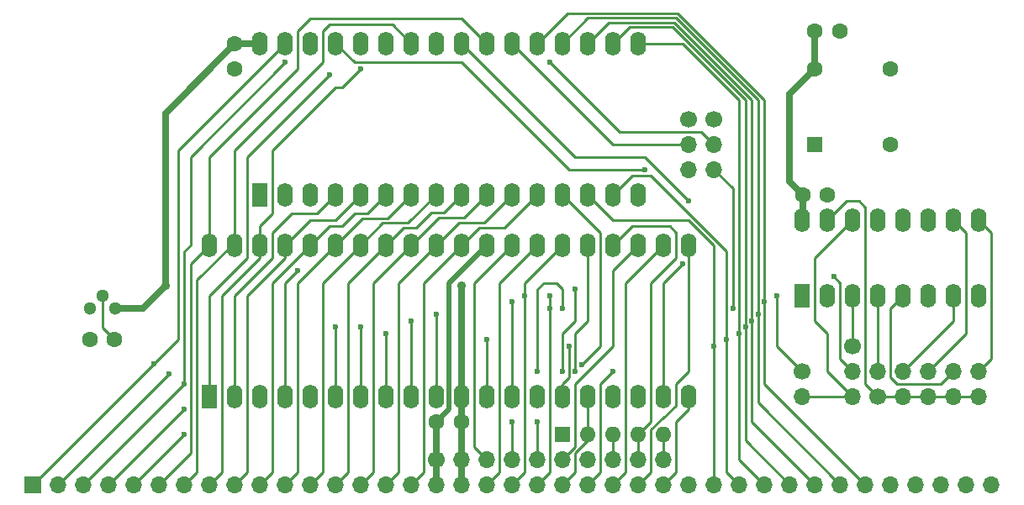
<source format=gbr>
%TF.GenerationSoftware,KiCad,Pcbnew,(5.1.6)-1*%
%TF.CreationDate,2020-11-22T17:12:32-08:00*%
%TF.ProjectId,rc-z80ram,72632d7a-3830-4726-916d-2e6b69636164,rev?*%
%TF.SameCoordinates,PX9157080PY9071968*%
%TF.FileFunction,Copper,L1,Top*%
%TF.FilePolarity,Positive*%
%FSLAX46Y46*%
G04 Gerber Fmt 4.6, Leading zero omitted, Abs format (unit mm)*
G04 Created by KiCad (PCBNEW (5.1.6)-1) date 2020-11-22 17:12:32*
%MOMM*%
%LPD*%
G01*
G04 APERTURE LIST*
%TA.AperFunction,ComponentPad*%
%ADD10O,1.600000X1.600000*%
%TD*%
%TA.AperFunction,ComponentPad*%
%ADD11R,1.600000X1.600000*%
%TD*%
%TA.AperFunction,ComponentPad*%
%ADD12O,1.600000X2.400000*%
%TD*%
%TA.AperFunction,ComponentPad*%
%ADD13R,1.600000X2.400000*%
%TD*%
%TA.AperFunction,ComponentPad*%
%ADD14O,1.700000X1.700000*%
%TD*%
%TA.AperFunction,ComponentPad*%
%ADD15C,1.700000*%
%TD*%
%TA.AperFunction,ComponentPad*%
%ADD16C,1.600000*%
%TD*%
%TA.AperFunction,ComponentPad*%
%ADD17C,1.300000*%
%TD*%
%TA.AperFunction,ComponentPad*%
%ADD18R,1.700000X1.700000*%
%TD*%
%TA.AperFunction,ViaPad*%
%ADD19C,0.600000*%
%TD*%
%TA.AperFunction,ViaPad*%
%ADD20C,0.900001*%
%TD*%
%TA.AperFunction,Conductor*%
%ADD21C,0.635000*%
%TD*%
%TA.AperFunction,Conductor*%
%ADD22C,0.508000*%
%TD*%
%TA.AperFunction,Conductor*%
%ADD23C,0.254000*%
%TD*%
%TA.AperFunction,Conductor*%
%ADD24C,0.250000*%
%TD*%
G04 APERTURE END LIST*
D10*
%TO.P,RN1,5*%
%TO.N,~NMI*%
X64770000Y6680200D03*
%TO.P,RN1,4*%
%TO.N,~WAIT*%
X62230000Y6680200D03*
%TO.P,RN1,3*%
%TO.N,~BUSRQ*%
X59690000Y6680200D03*
%TO.P,RN1,2*%
%TO.N,~INT*%
X57150000Y6680200D03*
D11*
%TO.P,RN1,1*%
%TO.N,+5V*%
X54610000Y6680200D03*
%TD*%
D12*
%TO.P,U4,16*%
%TO.N,+5V*%
X78740000Y28270200D03*
%TO.P,U4,8*%
%TO.N,GND*%
X96520000Y20650200D03*
%TO.P,U4,15*%
%TO.N,/DRESET*%
X81280000Y28270200D03*
%TO.P,U4,7*%
%TO.N,/DIV3*%
X93980000Y20650200D03*
%TO.P,U4,14*%
%TO.N,OSC*%
X83820000Y28270200D03*
%TO.P,U4,6*%
%TO.N,Net-(U4-Pad6)*%
X91440000Y20650200D03*
%TO.P,U4,13*%
%TO.N,GND*%
X86360000Y28270200D03*
%TO.P,U4,5*%
%TO.N,/DIV6*%
X88900000Y20650200D03*
%TO.P,U4,12*%
%TO.N,Net-(U4-Pad12)*%
X88900000Y28270200D03*
%TO.P,U4,4*%
%TO.N,/DIV2*%
X86360000Y20650200D03*
%TO.P,U4,11*%
%TO.N,Net-(U4-Pad11)*%
X91440000Y28270200D03*
%TO.P,U4,3*%
%TO.N,/CDIV*%
X83820000Y20650200D03*
%TO.P,U4,10*%
%TO.N,/DIV4*%
X93980000Y28270200D03*
%TO.P,U4,2*%
%TO.N,Net-(U4-Pad2)*%
X81280000Y20650200D03*
%TO.P,U4,9*%
%TO.N,/DIV8*%
X96520000Y28270200D03*
D13*
%TO.P,U4,1*%
%TO.N,Net-(U4-Pad1)*%
X78740000Y20650200D03*
%TD*%
D14*
%TO.P,JP5,10*%
%TO.N,/DIV8*%
X96520000Y13030200D03*
%TO.P,JP5,9*%
%TO.N,/DRESET*%
X96520000Y10490200D03*
%TO.P,JP5,8*%
%TO.N,/DIV6*%
X93980000Y13030200D03*
%TO.P,JP5,7*%
%TO.N,/DRESET*%
X93980000Y10490200D03*
%TO.P,JP5,6*%
%TO.N,/DIV4*%
X91440000Y13030200D03*
%TO.P,JP5,5*%
%TO.N,/DRESET*%
X91440000Y10490200D03*
%TO.P,JP5,4*%
%TO.N,/DIV3*%
X88900000Y13030200D03*
%TO.P,JP5,3*%
%TO.N,/DRESET*%
X88900000Y10490200D03*
%TO.P,JP5,2*%
%TO.N,/DIV2*%
X86360000Y13030200D03*
D15*
%TO.P,JP5,1*%
%TO.N,/DRESET*%
X86360000Y10490200D03*
%TD*%
D14*
%TO.P,JP4,3*%
%TO.N,OSC*%
X83820000Y10490200D03*
%TO.P,JP4,2*%
%TO.N,CLK2*%
X83820000Y13030200D03*
D15*
%TO.P,JP4,1*%
%TO.N,/CDIV*%
X83820000Y15570200D03*
%TD*%
D16*
%TO.P,C4,2*%
%TO.N,+5V*%
X78780000Y30810200D03*
%TO.P,C4,1*%
%TO.N,GND*%
X81280000Y30810200D03*
%TD*%
%TO.P,X1,4*%
%TO.N,GND*%
X87630000Y35890200D03*
%TO.P,X1,5*%
%TO.N,OSC*%
X87630000Y43510200D03*
%TO.P,X1,8*%
%TO.N,+5V*%
X80010000Y43510200D03*
D11*
%TO.P,X1,1*%
%TO.N,Net-(X1-Pad1)*%
X80010000Y35890200D03*
%TD*%
D17*
%TO.P,U3,1*%
%TO.N,GND*%
X6985000Y19380200D03*
%TO.P,U3,3*%
%TO.N,+5V*%
X9525000Y19380200D03*
%TO.P,U3,2*%
%TO.N,~RESET*%
X8255000Y20650200D03*
%TD*%
D14*
%TO.P,JP3,2*%
%TO.N,OSC*%
X78740000Y10490200D03*
D15*
%TO.P,JP3,1*%
%TO.N,CLK*%
X78740000Y13030200D03*
%TD*%
%TO.P,JP2,1*%
%TO.N,+5V*%
X69850000Y38430200D03*
D14*
%TO.P,JP2,2*%
%TO.N,/CS2*%
X69850000Y35890200D03*
%TO.P,JP2,3*%
%TO.N,PAGE*%
X69850000Y33350200D03*
%TD*%
%TO.P,JP1,3*%
%TO.N,~MREQ*%
X67310000Y33350200D03*
%TO.P,JP1,2*%
%TO.N,/~CS1*%
X67310000Y35890200D03*
D15*
%TO.P,JP1,1*%
%TO.N,+5V*%
X67310000Y38430200D03*
%TD*%
D16*
%TO.P,C5,2*%
%TO.N,~RESET*%
X9485000Y16205200D03*
%TO.P,C5,1*%
%TO.N,GND*%
X6985000Y16205200D03*
%TD*%
%TO.P,C1,2*%
%TO.N,+5V*%
X44410000Y7950200D03*
%TO.P,C1,1*%
%TO.N,GND*%
X41910000Y7950200D03*
%TD*%
%TO.P,C2,2*%
%TO.N,+5V*%
X21590000Y46010200D03*
%TO.P,C2,1*%
%TO.N,GND*%
X21590000Y43510200D03*
%TD*%
%TO.P,C3,2*%
%TO.N,GND*%
X82510000Y47320200D03*
%TO.P,C3,1*%
%TO.N,+5V*%
X80010000Y47320200D03*
%TD*%
D12*
%TO.P,U2,32*%
%TO.N,+5V*%
X24130000Y46050200D03*
%TO.P,U2,16*%
%TO.N,GND*%
X62230000Y30810200D03*
%TO.P,U2,31*%
%TO.N,A15*%
X26670000Y46050200D03*
%TO.P,U2,15*%
%TO.N,D2*%
X59690000Y30810200D03*
%TO.P,U2,30*%
%TO.N,/CS2*%
X29210000Y46050200D03*
%TO.P,U2,14*%
%TO.N,D1*%
X57150000Y30810200D03*
%TO.P,U2,29*%
%TO.N,~WR*%
X31750000Y46050200D03*
%TO.P,U2,13*%
%TO.N,D0*%
X54610000Y30810200D03*
%TO.P,U2,28*%
%TO.N,A13*%
X34290000Y46050200D03*
%TO.P,U2,12*%
%TO.N,A0*%
X52070000Y30810200D03*
%TO.P,U2,27*%
%TO.N,A8*%
X36830000Y46050200D03*
%TO.P,U2,11*%
%TO.N,A1*%
X49530000Y30810200D03*
%TO.P,U2,26*%
%TO.N,A9*%
X39370000Y46050200D03*
%TO.P,U2,10*%
%TO.N,A2*%
X46990000Y30810200D03*
%TO.P,U2,25*%
%TO.N,A11*%
X41910000Y46050200D03*
%TO.P,U2,9*%
%TO.N,A3*%
X44450000Y30810200D03*
%TO.P,U2,24*%
%TO.N,~RD*%
X44450000Y46050200D03*
%TO.P,U2,8*%
%TO.N,A4*%
X41910000Y30810200D03*
%TO.P,U2,23*%
%TO.N,A10*%
X46990000Y46050200D03*
%TO.P,U2,7*%
%TO.N,A5*%
X39370000Y30810200D03*
%TO.P,U2,22*%
%TO.N,/~CS1*%
X49530000Y46050200D03*
%TO.P,U2,6*%
%TO.N,A6*%
X36830000Y30810200D03*
%TO.P,U2,21*%
%TO.N,D7*%
X52070000Y46050200D03*
%TO.P,U2,5*%
%TO.N,A7*%
X34290000Y30810200D03*
%TO.P,U2,20*%
%TO.N,D6*%
X54610000Y46050200D03*
%TO.P,U2,4*%
%TO.N,A12*%
X31750000Y30810200D03*
%TO.P,U2,19*%
%TO.N,D5*%
X57150000Y46050200D03*
%TO.P,U2,3*%
%TO.N,A14*%
X29210000Y30810200D03*
%TO.P,U2,18*%
%TO.N,D4*%
X59690000Y46050200D03*
%TO.P,U2,2*%
%TO.N,GND*%
X26670000Y30810200D03*
%TO.P,U2,17*%
%TO.N,D3*%
X62230000Y46050200D03*
D13*
%TO.P,U2,1*%
%TO.N,Net-(U2-Pad1)*%
X24130000Y30810200D03*
%TD*%
D12*
%TO.P,U1,40*%
%TO.N,A10*%
X19050000Y25730200D03*
%TO.P,U1,20*%
%TO.N,~IOREQ*%
X67310000Y10490200D03*
%TO.P,U1,39*%
%TO.N,A9*%
X21590000Y25730200D03*
%TO.P,U1,19*%
%TO.N,~MREQ*%
X64770000Y10490200D03*
%TO.P,U1,38*%
%TO.N,A8*%
X24130000Y25730200D03*
%TO.P,U1,18*%
%TO.N,~HALT*%
X62230000Y10490200D03*
%TO.P,U1,37*%
%TO.N,A7*%
X26670000Y25730200D03*
%TO.P,U1,17*%
%TO.N,~NMI*%
X59690000Y10490200D03*
%TO.P,U1,36*%
%TO.N,A6*%
X29210000Y25730200D03*
%TO.P,U1,16*%
%TO.N,~INT*%
X57150000Y10490200D03*
%TO.P,U1,35*%
%TO.N,A5*%
X31750000Y25730200D03*
%TO.P,U1,15*%
%TO.N,D1*%
X54610000Y10490200D03*
%TO.P,U1,34*%
%TO.N,A4*%
X34290000Y25730200D03*
%TO.P,U1,14*%
%TO.N,D0*%
X52070000Y10490200D03*
%TO.P,U1,33*%
%TO.N,A3*%
X36830000Y25730200D03*
%TO.P,U1,13*%
%TO.N,D7*%
X49530000Y10490200D03*
%TO.P,U1,32*%
%TO.N,A2*%
X39370000Y25730200D03*
%TO.P,U1,12*%
%TO.N,D2*%
X46990000Y10490200D03*
%TO.P,U1,31*%
%TO.N,A1*%
X41910000Y25730200D03*
%TO.P,U1,11*%
%TO.N,+5V*%
X44450000Y10490200D03*
%TO.P,U1,30*%
%TO.N,A0*%
X44450000Y25730200D03*
%TO.P,U1,10*%
%TO.N,D6*%
X41910000Y10490200D03*
%TO.P,U1,29*%
%TO.N,GND*%
X46990000Y25730200D03*
%TO.P,U1,9*%
%TO.N,D5*%
X39370000Y10490200D03*
%TO.P,U1,28*%
%TO.N,~RFSH*%
X49530000Y25730200D03*
%TO.P,U1,8*%
%TO.N,D3*%
X36830000Y10490200D03*
%TO.P,U1,27*%
%TO.N,~M1*%
X52070000Y25730200D03*
%TO.P,U1,7*%
%TO.N,D4*%
X34290000Y10490200D03*
%TO.P,U1,26*%
%TO.N,~RESET*%
X54610000Y25730200D03*
%TO.P,U1,6*%
%TO.N,CLK*%
X31750000Y10490200D03*
%TO.P,U1,25*%
%TO.N,~BUSRQ*%
X57150000Y25730200D03*
%TO.P,U1,5*%
%TO.N,A15*%
X29210000Y10490200D03*
%TO.P,U1,24*%
%TO.N,~WAIT*%
X59690000Y25730200D03*
%TO.P,U1,4*%
%TO.N,A14*%
X26670000Y10490200D03*
%TO.P,U1,23*%
%TO.N,~BUSACK*%
X62230000Y25730200D03*
%TO.P,U1,3*%
%TO.N,A13*%
X24130000Y10490200D03*
%TO.P,U1,22*%
%TO.N,~WR*%
X64770000Y25730200D03*
%TO.P,U1,2*%
%TO.N,A12*%
X21590000Y10490200D03*
%TO.P,U1,21*%
%TO.N,~RD*%
X67310000Y25730200D03*
D13*
%TO.P,U1,1*%
%TO.N,A11*%
X19050000Y10490200D03*
%TD*%
D14*
%TO.P,J2,10*%
%TO.N,~NMI*%
X64770000Y4140200D03*
%TO.P,J2,9*%
%TO.N,~WAIT*%
X62230000Y4140200D03*
%TO.P,J2,8*%
%TO.N,~BUSRQ*%
X59690000Y4140200D03*
%TO.P,J2,7*%
%TO.N,~HALT*%
X57150000Y4140200D03*
%TO.P,J2,6*%
%TO.N,~BUSACK*%
X54610000Y4140200D03*
%TO.P,J2,5*%
%TO.N,CLK2*%
X52070000Y4140200D03*
%TO.P,J2,4*%
%TO.N,PAGE*%
X49530000Y4140200D03*
%TO.P,J2,3*%
%TO.N,~RFSH*%
X46990000Y4140200D03*
%TO.P,J2,2*%
%TO.N,+5V*%
X44450000Y4140200D03*
D15*
%TO.P,J2,1*%
%TO.N,GND*%
X41910000Y4140200D03*
%TD*%
D14*
%TO.P,J1,39*%
%TO.N,Net-(J1-Pad39)*%
X97790000Y1600200D03*
%TO.P,J1,38*%
%TO.N,Net-(J1-Pad38)*%
X95250000Y1600200D03*
%TO.P,J1,37*%
%TO.N,Net-(J1-Pad37)*%
X92710000Y1600200D03*
%TO.P,J1,36*%
%TO.N,Net-(J1-Pad36)*%
X90170000Y1600200D03*
%TO.P,J1,35*%
%TO.N,Net-(J1-Pad35)*%
X87630000Y1600200D03*
%TO.P,J1,34*%
%TO.N,D7*%
X85090000Y1600200D03*
%TO.P,J1,33*%
%TO.N,D6*%
X82550000Y1600200D03*
%TO.P,J1,32*%
%TO.N,D5*%
X80010000Y1600200D03*
%TO.P,J1,31*%
%TO.N,D4*%
X77470000Y1600200D03*
%TO.P,J1,30*%
%TO.N,D3*%
X74930000Y1600200D03*
%TO.P,J1,29*%
%TO.N,D2*%
X72390000Y1600200D03*
%TO.P,J1,28*%
%TO.N,D1*%
X69850000Y1600200D03*
%TO.P,J1,27*%
%TO.N,D0*%
X67310000Y1600200D03*
%TO.P,J1,26*%
%TO.N,~IOREQ*%
X64770000Y1600200D03*
%TO.P,J1,25*%
%TO.N,~RD*%
X62230000Y1600200D03*
%TO.P,J1,24*%
%TO.N,~WR*%
X59690000Y1600200D03*
%TO.P,J1,23*%
%TO.N,~MREQ*%
X57150000Y1600200D03*
%TO.P,J1,22*%
%TO.N,~INT*%
X54610000Y1600200D03*
%TO.P,J1,21*%
%TO.N,CLK*%
X52070000Y1600200D03*
%TO.P,J1,20*%
%TO.N,~RESET*%
X49530000Y1600200D03*
%TO.P,J1,19*%
%TO.N,~M1*%
X46990000Y1600200D03*
%TO.P,J1,18*%
%TO.N,+5V*%
X44450000Y1600200D03*
%TO.P,J1,17*%
%TO.N,GND*%
X41910000Y1600200D03*
%TO.P,J1,16*%
%TO.N,A0*%
X39370000Y1600200D03*
%TO.P,J1,15*%
%TO.N,A1*%
X36830000Y1600200D03*
%TO.P,J1,14*%
%TO.N,A2*%
X34290000Y1600200D03*
%TO.P,J1,13*%
%TO.N,A3*%
X31750000Y1600200D03*
%TO.P,J1,12*%
%TO.N,A4*%
X29210000Y1600200D03*
%TO.P,J1,11*%
%TO.N,A5*%
X26670000Y1600200D03*
%TO.P,J1,10*%
%TO.N,A6*%
X24130000Y1600200D03*
%TO.P,J1,9*%
%TO.N,A7*%
X21590000Y1600200D03*
%TO.P,J1,8*%
%TO.N,A8*%
X19050000Y1600200D03*
%TO.P,J1,7*%
%TO.N,A9*%
X16510000Y1600200D03*
%TO.P,J1,6*%
%TO.N,A10*%
X13970000Y1600200D03*
%TO.P,J1,5*%
%TO.N,A11*%
X11430000Y1600200D03*
%TO.P,J1,4*%
%TO.N,A12*%
X8890000Y1600200D03*
%TO.P,J1,3*%
%TO.N,A13*%
X6350000Y1600200D03*
%TO.P,J1,2*%
%TO.N,A14*%
X3810000Y1600200D03*
D18*
%TO.P,J1,1*%
%TO.N,A15*%
X1270000Y1600200D03*
%TD*%
D19*
%TO.N,GND*%
X43180000Y20015200D03*
%TO.N,CLK*%
X53340000Y19380200D03*
X53340000Y20650200D03*
X76200000Y20650200D03*
X31750000Y17475192D03*
%TO.N,D7*%
X49530000Y20015200D03*
X74929992Y20015200D03*
%TO.N,D6*%
X41910000Y18745200D03*
X74295000Y18745200D03*
%TO.N,D5*%
X39370000Y18110200D03*
X73660000Y18110200D03*
%TO.N,D4*%
X34290000Y17475200D03*
X73025000Y17475200D03*
%TO.N,D3*%
X36830000Y16840200D03*
X72390000Y16840200D03*
%TO.N,D2*%
X46990000Y16205200D03*
X71119992Y16205192D03*
%TO.N,D1*%
X55245000Y15570200D03*
X69850000Y15570200D03*
%TO.N,D0*%
X56515000Y13665200D03*
%TO.N,~RD*%
X67310000Y30175200D03*
%TO.N,~WR*%
X62865000Y33350200D03*
%TO.N,~MREQ*%
X59690000Y13030200D03*
X66674998Y23825200D03*
%TO.N,~RESET*%
X50800000Y20650200D03*
%TO.N,+5V*%
X77470000Y38430200D03*
D20*
X44450000Y21602700D03*
X14605000Y21602700D03*
D19*
%TO.N,A8*%
X34290000Y43510174D03*
%TO.N,A11*%
X16510000Y6680182D03*
X31115000Y42875200D03*
%TO.N,A12*%
X16510000Y9220202D03*
%TO.N,A13*%
X16510000Y11760200D03*
X26670000Y44145208D03*
%TO.N,A14*%
X27940000Y23190200D03*
X14985984Y12776200D03*
%TO.N,A15*%
X13461994Y13792200D03*
%TO.N,~BUSRQ*%
X55880000Y13030200D03*
%TO.N,PAGE*%
X52070000Y13030200D03*
X54610000Y19380200D03*
X49530000Y7950200D03*
X71755000Y19380200D03*
%TO.N,/CS2*%
X53340000Y44145200D03*
%TO.N,CLK2*%
X52070000Y7950200D03*
X54610000Y13030200D03*
X55880000Y21285200D03*
X81914988Y22555188D03*
%TD*%
D21*
%TO.N,GND*%
X41910000Y4140200D02*
X41910000Y7950200D01*
X41910000Y1600200D02*
X41910000Y4140200D01*
D22*
X41910000Y7950200D02*
X43180000Y9220200D01*
X43180000Y21920200D02*
X46990000Y25730200D01*
X43180000Y9220200D02*
X43180000Y20015200D01*
X43180000Y20015200D02*
X43180000Y21920200D01*
D23*
%TO.N,CLK*%
X53340000Y19380200D02*
X53340000Y2870200D01*
X53340000Y2870200D02*
X52070000Y1600200D01*
X53340000Y19380200D02*
X53340000Y20650200D01*
X78740000Y13030200D02*
X76200000Y15570200D01*
X76200000Y15570200D02*
X76200000Y20650200D01*
X31750000Y10490200D02*
X31750000Y17475192D01*
%TO.N,D7*%
X49530000Y10490200D02*
X49530000Y20015200D01*
X74929992Y11760208D02*
X74929992Y20015200D01*
X85090000Y1600200D02*
X74929992Y11760208D01*
X74929992Y40363480D02*
X74929992Y20015200D01*
X52070000Y46050200D02*
X55083030Y49063230D01*
X66230242Y49063230D02*
X74929992Y40363480D01*
X55083030Y49063230D02*
X66230242Y49063230D01*
%TO.N,D6*%
X41910000Y18745200D02*
X41910000Y10490200D01*
X74295000Y9855200D02*
X74295000Y18745200D01*
X82550000Y1600200D02*
X74295000Y9855200D01*
X74295000Y40356404D02*
X74295000Y18745200D01*
X66042184Y48609220D02*
X74295000Y40356404D01*
X54610000Y46050200D02*
X57169020Y48609220D01*
X57169020Y48609220D02*
X66042184Y48609220D01*
%TO.N,D5*%
X39370000Y18110200D02*
X39370000Y10490200D01*
X80010000Y1600200D02*
X73660000Y7950200D01*
X73660000Y7950200D02*
X73660000Y18110200D01*
X57150000Y46050200D02*
X59255010Y48155210D01*
X59255010Y48155210D02*
X65854126Y48155210D01*
X65854126Y48155210D02*
X73660000Y40349336D01*
X73660000Y40349336D02*
X73660000Y18110200D01*
%TO.N,D4*%
X34290000Y10490200D02*
X34290000Y17475200D01*
X73025000Y6045200D02*
X73025000Y17475200D01*
X77470000Y1600200D02*
X73025000Y6045200D01*
X73025000Y40342268D02*
X73025000Y17475200D01*
X65666068Y47701200D02*
X73025000Y40342268D01*
X59690000Y46050200D02*
X61341000Y47701200D01*
X61341000Y47701200D02*
X65666068Y47701200D01*
%TO.N,D3*%
X36830000Y10490200D02*
X36830000Y16840200D01*
X72390000Y40335200D02*
X72390000Y16840200D01*
X74930000Y1600200D02*
X72390000Y4140200D01*
X62230000Y46050200D02*
X66675000Y46050200D01*
X66675000Y46050200D02*
X72390000Y40335200D01*
X72390000Y4140200D02*
X72390000Y16840200D01*
%TO.N,D2*%
X46990000Y10490200D02*
X46990000Y16205200D01*
X61595000Y32715200D02*
X63507068Y32715200D01*
X72390000Y1600200D02*
X71119992Y2870208D01*
X71119992Y25102276D02*
X71119992Y16205192D01*
X63507068Y32715200D02*
X71119992Y25102276D01*
X71119992Y2870208D02*
X71119992Y16205192D01*
X59690000Y30810200D02*
X61595000Y32715200D01*
%TO.N,D1*%
X55245000Y12395200D02*
X55245000Y15570200D01*
X54610000Y10490200D02*
X54610000Y11760200D01*
X54610000Y11760200D02*
X55245000Y12395200D01*
X69850000Y1600200D02*
X69850000Y15570200D01*
X57150000Y30810200D02*
X59690000Y28270200D01*
X69850000Y25730200D02*
X69850000Y15570200D01*
X67310000Y28270200D02*
X69850000Y25730200D01*
X59690000Y28270200D02*
X67310000Y28270200D01*
%TO.N,D0*%
X58420000Y27000200D02*
X54610000Y30810200D01*
X56515000Y13665200D02*
X58420000Y15570200D01*
X58420000Y15570200D02*
X58420000Y27000200D01*
%TO.N,~IOREQ*%
X66040000Y7950200D02*
X67310000Y9220200D01*
X67310000Y9220200D02*
X67310000Y10490200D01*
X64770000Y1600200D02*
X66040000Y2870200D01*
X66040000Y2870200D02*
X66040000Y7950200D01*
%TO.N,~RD*%
X62865000Y34620200D02*
X67310000Y30175200D01*
X44450000Y46050200D02*
X55880000Y34620200D01*
X55880000Y34620200D02*
X62865000Y34620200D01*
X67310000Y13030200D02*
X66038347Y11758547D01*
X66038347Y11758547D02*
X66038347Y9560221D01*
X63500000Y2870200D02*
X62230000Y1600200D01*
X63500000Y7133369D02*
X63500000Y2870200D01*
X67310000Y25730200D02*
X67310000Y13030200D01*
X66038347Y9560221D02*
X63500000Y7133369D01*
%TO.N,~WR*%
X59690000Y1600200D02*
X60325000Y1600200D01*
X60960000Y21920200D02*
X64770000Y25730200D01*
X59690000Y1600200D02*
X60960000Y2870200D01*
X60960000Y2870200D02*
X60960000Y21920200D01*
X62440736Y33350200D02*
X62865000Y33350200D01*
X55245000Y33350200D02*
X62440736Y33350200D01*
X44450000Y44145200D02*
X55245000Y33350200D01*
X31750000Y46050200D02*
X33655000Y44145200D01*
X33655000Y44145200D02*
X44450000Y44145200D01*
%TO.N,~MREQ*%
X58420000Y11760200D02*
X58420000Y2870200D01*
X59690000Y13030200D02*
X58420000Y11760200D01*
X58420000Y2870200D02*
X57150000Y1600200D01*
X64770000Y10490200D02*
X64770000Y21920202D01*
X64770000Y21920202D02*
X66674998Y23825200D01*
%TO.N,~INT*%
X57150000Y6680200D02*
X57150000Y10490200D01*
X55880000Y4756987D02*
X57150000Y6038134D01*
X57150000Y6038134D02*
X57150000Y6680200D01*
X54610000Y1600200D02*
X55880000Y2870200D01*
X55880000Y2870200D02*
X55880000Y4756987D01*
%TO.N,~RESET*%
X50800000Y2870200D02*
X49530000Y1600200D01*
X54610000Y25730200D02*
X50800000Y21920200D01*
X50800000Y20650200D02*
X50800000Y2870200D01*
X50800000Y21920200D02*
X50800000Y20650200D01*
X8255000Y17435200D02*
X9485000Y16205200D01*
X8255000Y20650200D02*
X8255000Y17435200D01*
%TO.N,~M1*%
X46990000Y1600200D02*
X48260000Y2870200D01*
X48260000Y21920200D02*
X52070000Y25730200D01*
X48260000Y2870200D02*
X48260000Y21920200D01*
D21*
%TO.N,+5V*%
X44450000Y7910200D02*
X44410000Y7950200D01*
X44450000Y4140200D02*
X44450000Y6045200D01*
X44450000Y6045200D02*
X44450000Y7910200D01*
X44450000Y4140200D02*
X44450000Y1600200D01*
X44410000Y7950200D02*
X44410000Y10450200D01*
X24090000Y46010200D02*
X24130000Y46050200D01*
X21590000Y46010200D02*
X24090000Y46010200D01*
X77470000Y32120200D02*
X78780000Y30810200D01*
X77470000Y38430200D02*
X77470000Y32120200D01*
X78780000Y28310200D02*
X78740000Y28270200D01*
X78780000Y30810200D02*
X78780000Y28310200D01*
X80010000Y47320200D02*
X80010000Y43510200D01*
X77470000Y40970200D02*
X77470000Y38430200D01*
X80010000Y43510200D02*
X77470000Y40970200D01*
X44450000Y10490200D02*
X44450000Y21602700D01*
X21590000Y46010200D02*
X14605000Y39025200D01*
X9525000Y19380200D02*
X12382500Y19380200D01*
X12382500Y19380200D02*
X14605000Y21602700D01*
X14605000Y39025200D02*
X14605000Y21602700D01*
D23*
%TO.N,A0*%
X40640000Y21920200D02*
X44450000Y25730200D01*
X39370000Y1600200D02*
X40640000Y2870200D01*
X40640000Y2870200D02*
X40640000Y21920200D01*
X48768000Y27508200D02*
X52070000Y30810200D01*
X44450000Y25730200D02*
X46228000Y27508200D01*
X46228000Y27508200D02*
X48768000Y27508200D01*
%TO.N,A1*%
X38100000Y21920200D02*
X41910000Y25730200D01*
X36830000Y1600200D02*
X38100000Y2870200D01*
X38100000Y2870200D02*
X38100000Y21920200D01*
X46736000Y28016200D02*
X49530000Y30810200D01*
X41910000Y25730200D02*
X44196000Y28016200D01*
X44196000Y28016200D02*
X46736000Y28016200D01*
%TO.N,A2*%
X34290000Y1600200D02*
X35560000Y2870200D01*
X35560000Y21920200D02*
X39370000Y25730200D01*
X35560000Y2870200D02*
X35560000Y21920200D01*
X44704000Y28524200D02*
X46990000Y30810200D01*
X39370000Y25730200D02*
X42164000Y28524200D01*
X42164000Y28524200D02*
X44704000Y28524200D01*
%TO.N,A3*%
X33020000Y21920200D02*
X36830000Y25730200D01*
X31750000Y1600200D02*
X33020000Y2870200D01*
X33020000Y2870200D02*
X33020000Y21920200D01*
X39878000Y27508200D02*
X38608000Y27508200D01*
X38608000Y27508200D02*
X36830000Y25730200D01*
X44450000Y30810200D02*
X42672000Y29032200D01*
X42672000Y29032200D02*
X41402000Y29032200D01*
X41402000Y29032200D02*
X39878000Y27508200D01*
%TO.N,A4*%
X30480000Y21920200D02*
X34290000Y25730200D01*
X29210000Y1600200D02*
X30480000Y2870200D01*
X30480000Y2870200D02*
X30480000Y21920200D01*
X41910000Y30810200D02*
X39062011Y27962211D01*
X36522011Y27962211D02*
X34290000Y25730200D01*
X39062011Y27962211D02*
X36522011Y27962211D01*
%TO.N,A5*%
X27940000Y21920200D02*
X31750000Y25730200D01*
X26670000Y1600200D02*
X27940000Y2870200D01*
X27940000Y2870200D02*
X27940000Y21920200D01*
X36976022Y28416222D02*
X39370000Y30810200D01*
X34436022Y28416222D02*
X36976022Y28416222D01*
X31750000Y25730200D02*
X34436022Y28416222D01*
%TO.N,A6*%
X25400000Y21920200D02*
X29210000Y25730200D01*
X24130000Y1600200D02*
X25400000Y2870200D01*
X25400000Y2870200D02*
X25400000Y21920200D01*
X31115000Y27635200D02*
X32385000Y27635200D01*
X34925000Y28905200D02*
X36830000Y30810200D01*
X29210000Y25730200D02*
X31115000Y27635200D01*
X33655000Y28905200D02*
X34925000Y28905200D01*
X32385000Y27635200D02*
X33655000Y28905200D01*
%TO.N,A7*%
X22860000Y20650200D02*
X26670000Y24460200D01*
X21590000Y1600200D02*
X22860000Y2870200D01*
X26670000Y24460200D02*
X26670000Y25730200D01*
X22860000Y2870200D02*
X22860000Y20650200D01*
X29210000Y28270200D02*
X31750000Y28270200D01*
X26670000Y25730200D02*
X29210000Y28270200D01*
X31750000Y28270200D02*
X34290000Y30810200D01*
%TO.N,A8*%
X24130000Y24460200D02*
X24130000Y25730200D01*
X20320000Y20650200D02*
X24130000Y24460200D01*
X19050000Y1600200D02*
X20320000Y2870200D01*
X20320000Y2870200D02*
X20320000Y20650200D01*
X24130000Y25730200D02*
X24130000Y27635200D01*
D24*
X34289974Y43510174D02*
X34290000Y43510174D01*
X25400000Y28905200D02*
X25400000Y35255187D01*
X32385000Y41605200D02*
X34289974Y43510174D01*
X24130000Y27635200D02*
X25400000Y28905200D01*
X25400000Y35255187D02*
X31750013Y41605200D01*
X31750013Y41605200D02*
X32385000Y41605200D01*
D23*
%TO.N,A9*%
X21590000Y25730200D02*
X21297036Y25730200D01*
X21297036Y25730200D02*
X17780000Y22213164D01*
X17780000Y22213164D02*
X17780000Y2870200D01*
X17780000Y2870200D02*
X16510000Y1600200D01*
X37465000Y47955200D02*
X39370000Y46050200D01*
X21590000Y25730200D02*
X21590000Y35255200D01*
X30480000Y47320200D02*
X31115000Y47955200D01*
X21590000Y35255200D02*
X30480000Y44145200D01*
X30480000Y44145200D02*
X30480000Y47320200D01*
X31115000Y47955200D02*
X37465000Y47955200D01*
%TO.N,A10*%
X19050000Y25730200D02*
X17145000Y23825200D01*
X17145000Y4775200D02*
X13970000Y1600200D01*
X17145000Y23825200D02*
X17145000Y4775200D01*
X29210000Y48590200D02*
X27940000Y47320200D01*
X46990000Y46050200D02*
X44450000Y48590200D01*
X27940000Y47320200D02*
X27940000Y43510200D01*
X19050000Y34620200D02*
X19050000Y25730200D01*
X44450000Y48590200D02*
X29210000Y48590200D01*
X27940000Y43510200D02*
X19050000Y34620200D01*
%TO.N,A11*%
X11430000Y1600200D02*
X15875000Y6045200D01*
X16509982Y6680182D02*
X16510000Y6680182D01*
X15875000Y6045200D02*
X16509982Y6680182D01*
X22860000Y24460200D02*
X22860000Y27635200D01*
X19050000Y10490200D02*
X19050000Y20650200D01*
X19050000Y20650200D02*
X22860000Y24460200D01*
D24*
X31115000Y42875200D02*
X31115000Y42875200D01*
X22860000Y34620200D02*
X31115000Y42875200D01*
X22860000Y27635200D02*
X22860000Y34620200D01*
D23*
%TO.N,A12*%
X21590000Y10490200D02*
X21590000Y9855200D01*
X9739999Y2450201D02*
X16510000Y9220202D01*
X8890000Y1600200D02*
X9739999Y2450201D01*
X21590000Y20650200D02*
X25400000Y24460200D01*
X21590000Y10490200D02*
X21590000Y20650200D01*
D24*
X27305000Y28905200D02*
X29845000Y28905200D01*
X25400000Y24460200D02*
X25400000Y27000200D01*
X29845000Y28905200D02*
X31750000Y30810200D01*
X25400000Y27000200D02*
X27305000Y28905200D01*
D23*
%TO.N,A13*%
X6350000Y1600200D02*
X12700000Y7950200D01*
X12700000Y7950200D02*
X16510000Y11760200D01*
X17145000Y34620208D02*
X26670000Y44145208D01*
X17145000Y25730200D02*
X17145000Y34620208D01*
X16510000Y11760200D02*
X16510000Y25095200D01*
X16510000Y25095200D02*
X17145000Y25730200D01*
%TO.N,A14*%
X26670000Y10490200D02*
X26670000Y21920200D01*
X26670000Y21920200D02*
X27940000Y23190200D01*
X14985984Y12776184D02*
X14985984Y12776200D01*
X14605000Y12395200D02*
X14985984Y12776184D01*
X3810000Y1600200D02*
X14605000Y12395200D01*
%TO.N,A15*%
X1270000Y1600200D02*
X13461994Y13792194D01*
X13461994Y13792194D02*
X13461994Y13792200D01*
X15875000Y16205206D02*
X13461994Y13792200D01*
X15875000Y35255200D02*
X15875000Y16205206D01*
X26670000Y46050200D02*
X15875000Y35255200D01*
%TO.N,~NMI*%
X64770000Y4140200D02*
X64770000Y6680200D01*
%TO.N,~WAIT*%
X62230000Y4140200D02*
X62230000Y6680200D01*
X65405000Y27635200D02*
X61595000Y27635200D01*
X63500000Y7950200D02*
X63500000Y21920200D01*
X61595000Y27635200D02*
X59690000Y25730200D01*
X62230000Y6680200D02*
X63500000Y7950200D01*
X63500000Y21920200D02*
X66040000Y24460200D01*
X66040000Y24460200D02*
X66040000Y27000200D01*
X66040000Y27000200D02*
X65405000Y27635200D01*
%TO.N,~BUSRQ*%
X59690000Y4140200D02*
X59690000Y6680200D01*
X55880000Y13030200D02*
X55880000Y16840200D01*
X57150000Y18110200D02*
X57150000Y25730200D01*
X55880000Y16840200D02*
X57150000Y18110200D01*
%TO.N,~BUSACK*%
X59690000Y15570200D02*
X59690000Y23190200D01*
X59690000Y23190200D02*
X62230000Y25730200D01*
X55880000Y11760200D02*
X59690000Y15570200D01*
X54610000Y4140200D02*
X55880000Y5410200D01*
X55880000Y5410200D02*
X55880000Y11760200D01*
%TO.N,PAGE*%
X49530000Y4140200D02*
X49530000Y7950200D01*
X69850000Y33350200D02*
X71755000Y31445200D01*
X71755000Y31445200D02*
X71755000Y19380200D01*
X52070000Y21285200D02*
X52705000Y21920200D01*
X52070000Y13030200D02*
X52070000Y21285200D01*
X52705000Y21920200D02*
X53975000Y21920200D01*
X53975000Y21920200D02*
X54610000Y21285200D01*
X54610000Y21285200D02*
X54610000Y19380200D01*
%TO.N,~RFSH*%
X45720000Y5410200D02*
X46990000Y4140200D01*
X49530000Y25730200D02*
X45720000Y21920200D01*
X45720000Y21920200D02*
X45720000Y5410200D01*
%TO.N,/~CS1*%
X59690000Y35890200D02*
X49530000Y46050200D01*
X67310000Y35890200D02*
X59690000Y35890200D01*
%TO.N,/CS2*%
X60325000Y37160200D02*
X53340000Y44145200D01*
X69850000Y35890200D02*
X68580000Y37160200D01*
X68580000Y37160200D02*
X60325000Y37160200D01*
%TO.N,CLK2*%
X52070000Y4140200D02*
X52070000Y7950200D01*
X54610000Y13030200D02*
X54610000Y16840200D01*
X55880000Y18110200D02*
X55880000Y21285200D01*
X54610000Y16840200D02*
X55880000Y18110200D01*
X83820000Y13030200D02*
X82550000Y14300200D01*
X82550000Y14300200D02*
X82550000Y21920176D01*
X82550000Y21920176D02*
X81914988Y22555188D01*
%TO.N,OSC*%
X83820000Y10490200D02*
X78740000Y10490200D01*
X81280000Y13030200D02*
X83820000Y10490200D01*
X81280000Y16840200D02*
X81280000Y13030200D01*
X80010000Y18110200D02*
X81280000Y16840200D01*
X80010000Y24460200D02*
X80010000Y18110200D01*
X83820000Y28270200D02*
X80010000Y24460200D01*
%TO.N,/DRESET*%
X86360000Y10490200D02*
X88900000Y10490200D01*
X88900000Y10490200D02*
X91440000Y10490200D01*
X91440000Y10490200D02*
X93980000Y10490200D01*
X93980000Y10490200D02*
X96520000Y10490200D01*
X85090000Y29540200D02*
X84455000Y30175200D01*
X86360000Y10490200D02*
X85090000Y11760200D01*
X85090000Y11760200D02*
X85090000Y29540200D01*
X83185000Y30175200D02*
X81280000Y28270200D01*
X84455000Y30175200D02*
X83185000Y30175200D01*
%TO.N,/DIV8*%
X97790000Y27000200D02*
X96520000Y28270200D01*
X96520000Y13030200D02*
X97790000Y14300200D01*
X97790000Y14300200D02*
X97790000Y27000200D01*
%TO.N,/DIV6*%
X93980000Y13030200D02*
X92710000Y11760200D01*
X92710000Y11760200D02*
X88265000Y11760200D01*
X88265000Y11760200D02*
X87630000Y12395200D01*
X87630000Y12395200D02*
X87630000Y19380200D01*
X87630000Y19380200D02*
X88900000Y20650200D01*
%TO.N,/DIV4*%
X95250000Y27000200D02*
X93980000Y28270200D01*
X91440000Y13030200D02*
X95250000Y16840200D01*
X95250000Y16840200D02*
X95250000Y27000200D01*
%TO.N,/DIV3*%
X88900000Y13030200D02*
X93980000Y18110200D01*
X93980000Y18110200D02*
X93980000Y20650200D01*
%TO.N,/DIV2*%
X86360000Y13030200D02*
X86360000Y20650200D01*
%TO.N,/CDIV*%
X83820000Y20650200D02*
X83820000Y15570200D01*
%TD*%
M02*

</source>
